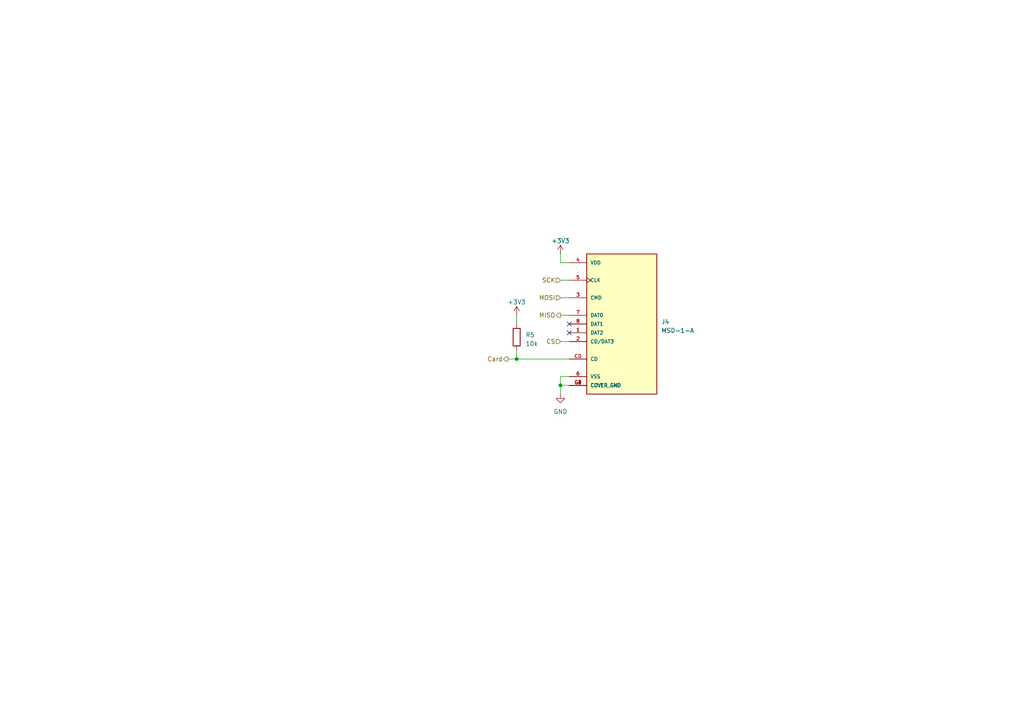
<source format=kicad_sch>
(kicad_sch (version 20230121) (generator eeschema)

  (uuid 3e28f571-6acd-481d-8e44-05a4fee8465c)

  (paper "A4")

  (lib_symbols
    (symbol "Device:R" (pin_numbers hide) (pin_names (offset 0)) (in_bom yes) (on_board yes)
      (property "Reference" "R" (at 2.032 0 90)
        (effects (font (size 1.27 1.27)))
      )
      (property "Value" "R" (at 0 0 90)
        (effects (font (size 1.27 1.27)))
      )
      (property "Footprint" "" (at -1.778 0 90)
        (effects (font (size 1.27 1.27)) hide)
      )
      (property "Datasheet" "~" (at 0 0 0)
        (effects (font (size 1.27 1.27)) hide)
      )
      (property "ki_keywords" "R res resistor" (at 0 0 0)
        (effects (font (size 1.27 1.27)) hide)
      )
      (property "ki_description" "Resistor" (at 0 0 0)
        (effects (font (size 1.27 1.27)) hide)
      )
      (property "ki_fp_filters" "R_*" (at 0 0 0)
        (effects (font (size 1.27 1.27)) hide)
      )
      (symbol "R_0_1"
        (rectangle (start -1.016 -2.54) (end 1.016 2.54)
          (stroke (width 0.254) (type default))
          (fill (type none))
        )
      )
      (symbol "R_1_1"
        (pin passive line (at 0 3.81 270) (length 1.27)
          (name "~" (effects (font (size 1.27 1.27))))
          (number "1" (effects (font (size 1.27 1.27))))
        )
        (pin passive line (at 0 -3.81 90) (length 1.27)
          (name "~" (effects (font (size 1.27 1.27))))
          (number "2" (effects (font (size 1.27 1.27))))
        )
      )
    )
    (symbol "MSD-1-A:MSD-1-A" (pin_names (offset 1.016)) (in_bom yes) (on_board yes)
      (property "Reference" "J" (at -10.16 21.082 0)
        (effects (font (size 1.27 1.27)) (justify left bottom))
      )
      (property "Value" "MSD-1-A" (at -10.16 -22.86 0)
        (effects (font (size 1.27 1.27)) (justify left bottom))
      )
      (property "Footprint" "MSD-1-A:CUI_MSD-1-A" (at 0 0 0)
        (effects (font (size 1.27 1.27)) (justify bottom) hide)
      )
      (property "Datasheet" "" (at 0 0 0)
        (effects (font (size 1.27 1.27)) hide)
      )
      (property "MF" "CUI Devices" (at 0 0 0)
        (effects (font (size 1.27 1.27)) (justify bottom) hide)
      )
      (property "MAXIMUM_PACKAGE_HEIGHT" "2.00mm" (at 0 0 0)
        (effects (font (size 1.27 1.27)) (justify bottom) hide)
      )
      (property "Package" "None" (at 0 0 0)
        (effects (font (size 1.27 1.27)) (justify bottom) hide)
      )
      (property "Price" "None" (at 0 0 0)
        (effects (font (size 1.27 1.27)) (justify bottom) hide)
      )
      (property "Check_prices" "https://www.snapeda.com/parts/MSD-1-A/CUI+Devices/view-part/?ref=eda" (at 0 0 0)
        (effects (font (size 1.27 1.27)) (justify bottom) hide)
      )
      (property "STANDARD" "Manufacturer Recommendations" (at 0 0 0)
        (effects (font (size 1.27 1.27)) (justify bottom) hide)
      )
      (property "PARTREV" "1.0" (at 0 0 0)
        (effects (font (size 1.27 1.27)) (justify bottom) hide)
      )
      (property "SnapEDA_Link" "https://www.snapeda.com/parts/MSD-1-A/CUI+Devices/view-part/?ref=snap" (at 0 0 0)
        (effects (font (size 1.27 1.27)) (justify bottom) hide)
      )
      (property "MP" "MSD-1-A" (at 0 0 0)
        (effects (font (size 1.27 1.27)) (justify bottom) hide)
      )
      (property "Purchase-URL" "https://www.snapeda.com/api/url_track_click_mouser/?unipart_id=15689680&manufacturer=CUI Devices&part_name=MSD-1-A&search_term=None" (at 0 0 0)
        (effects (font (size 1.27 1.27)) (justify bottom) hide)
      )
      (property "Description" "Micro SD Card Connector, 9 Positions, Connector and Ejector, Push In, Auto Eject Out, Surface Mount, 1.8 mm Height Above Board, Gold Flash" (at 0 0 0)
        (effects (font (size 1.27 1.27)) (justify bottom) hide)
      )
      (property "CUI_purchase_URL" "https://www.cuidevices.com/product/interconnect/connectors/memory-card-connectors/sd-card-connectors/msd-1-a?utm_source=snapeda.com&utm_medium=referral&utm_campaign=snapedaBOM" (at 0 0 0)
        (effects (font (size 1.27 1.27)) (justify bottom) hide)
      )
      (property "Availability" "In Stock" (at 0 0 0)
        (effects (font (size 1.27 1.27)) (justify bottom) hide)
      )
      (property "MANUFACTURER" "CUI Devices" (at 0 0 0)
        (effects (font (size 1.27 1.27)) (justify bottom) hide)
      )
      (symbol "MSD-1-A_0_0"
        (rectangle (start -10.16 -20.32) (end 10.16 20.32)
          (stroke (width 0.254) (type default))
          (fill (type background))
        )
        (pin bidirectional line (at -15.24 -2.54 0) (length 5.08)
          (name "DAT2" (effects (font (size 1.016 1.016))))
          (number "1" (effects (font (size 1.016 1.016))))
        )
        (pin bidirectional line (at -15.24 -5.08 0) (length 5.08)
          (name "CD/DAT3" (effects (font (size 1.016 1.016))))
          (number "2" (effects (font (size 1.016 1.016))))
        )
        (pin bidirectional line (at -15.24 7.62 0) (length 5.08)
          (name "CMD" (effects (font (size 1.016 1.016))))
          (number "3" (effects (font (size 1.016 1.016))))
        )
        (pin power_in line (at -15.24 17.78 0) (length 5.08)
          (name "VDD" (effects (font (size 1.016 1.016))))
          (number "4" (effects (font (size 1.016 1.016))))
        )
        (pin input clock (at -15.24 12.7 0) (length 5.08)
          (name "CLK" (effects (font (size 1.016 1.016))))
          (number "5" (effects (font (size 1.016 1.016))))
        )
        (pin power_in line (at -15.24 -15.24 0) (length 5.08)
          (name "VSS" (effects (font (size 1.016 1.016))))
          (number "6" (effects (font (size 1.016 1.016))))
        )
        (pin bidirectional line (at -15.24 2.54 0) (length 5.08)
          (name "DAT0" (effects (font (size 1.016 1.016))))
          (number "7" (effects (font (size 1.016 1.016))))
        )
        (pin bidirectional line (at -15.24 0 0) (length 5.08)
          (name "DAT1" (effects (font (size 1.016 1.016))))
          (number "8" (effects (font (size 1.016 1.016))))
        )
        (pin passive line (at -15.24 -10.16 0) (length 5.08)
          (name "CD" (effects (font (size 1.016 1.016))))
          (number "CD" (effects (font (size 1.016 1.016))))
        )
        (pin power_in line (at -15.24 -17.78 0) (length 5.08)
          (name "COVER_GND" (effects (font (size 1.016 1.016))))
          (number "G1" (effects (font (size 1.016 1.016))))
        )
        (pin power_in line (at -15.24 -17.78 0) (length 5.08)
          (name "COVER_GND" (effects (font (size 1.016 1.016))))
          (number "G2" (effects (font (size 1.016 1.016))))
        )
        (pin power_in line (at -15.24 -17.78 0) (length 5.08)
          (name "COVER_GND" (effects (font (size 1.016 1.016))))
          (number "G3" (effects (font (size 1.016 1.016))))
        )
        (pin power_in line (at -15.24 -17.78 0) (length 5.08)
          (name "COVER_GND" (effects (font (size 1.016 1.016))))
          (number "G4" (effects (font (size 1.016 1.016))))
        )
      )
    )
    (symbol "power:+3V3" (power) (pin_names (offset 0)) (in_bom yes) (on_board yes)
      (property "Reference" "#PWR" (at 0 -3.81 0)
        (effects (font (size 1.27 1.27)) hide)
      )
      (property "Value" "+3V3" (at 0 3.556 0)
        (effects (font (size 1.27 1.27)))
      )
      (property "Footprint" "" (at 0 0 0)
        (effects (font (size 1.27 1.27)) hide)
      )
      (property "Datasheet" "" (at 0 0 0)
        (effects (font (size 1.27 1.27)) hide)
      )
      (property "ki_keywords" "global power" (at 0 0 0)
        (effects (font (size 1.27 1.27)) hide)
      )
      (property "ki_description" "Power symbol creates a global label with name \"+3V3\"" (at 0 0 0)
        (effects (font (size 1.27 1.27)) hide)
      )
      (symbol "+3V3_0_1"
        (polyline
          (pts
            (xy -0.762 1.27)
            (xy 0 2.54)
          )
          (stroke (width 0) (type default))
          (fill (type none))
        )
        (polyline
          (pts
            (xy 0 0)
            (xy 0 2.54)
          )
          (stroke (width 0) (type default))
          (fill (type none))
        )
        (polyline
          (pts
            (xy 0 2.54)
            (xy 0.762 1.27)
          )
          (stroke (width 0) (type default))
          (fill (type none))
        )
      )
      (symbol "+3V3_1_1"
        (pin power_in line (at 0 0 90) (length 0) hide
          (name "+3V3" (effects (font (size 1.27 1.27))))
          (number "1" (effects (font (size 1.27 1.27))))
        )
      )
    )
    (symbol "power:GND" (power) (pin_names (offset 0)) (in_bom yes) (on_board yes)
      (property "Reference" "#PWR" (at 0 -6.35 0)
        (effects (font (size 1.27 1.27)) hide)
      )
      (property "Value" "GND" (at 0 -3.81 0)
        (effects (font (size 1.27 1.27)))
      )
      (property "Footprint" "" (at 0 0 0)
        (effects (font (size 1.27 1.27)) hide)
      )
      (property "Datasheet" "" (at 0 0 0)
        (effects (font (size 1.27 1.27)) hide)
      )
      (property "ki_keywords" "global power" (at 0 0 0)
        (effects (font (size 1.27 1.27)) hide)
      )
      (property "ki_description" "Power symbol creates a global label with name \"GND\" , ground" (at 0 0 0)
        (effects (font (size 1.27 1.27)) hide)
      )
      (symbol "GND_0_1"
        (polyline
          (pts
            (xy 0 0)
            (xy 0 -1.27)
            (xy 1.27 -1.27)
            (xy 0 -2.54)
            (xy -1.27 -1.27)
            (xy 0 -1.27)
          )
          (stroke (width 0) (type default))
          (fill (type none))
        )
      )
      (symbol "GND_1_1"
        (pin power_in line (at 0 0 270) (length 0) hide
          (name "GND" (effects (font (size 1.27 1.27))))
          (number "1" (effects (font (size 1.27 1.27))))
        )
      )
    )
  )

  (junction (at 162.56 111.76) (diameter 0) (color 0 0 0 0)
    (uuid beb9dd20-20fc-480c-b882-ea546f264487)
  )
  (junction (at 149.86 104.14) (diameter 0) (color 0 0 0 0)
    (uuid c0065c11-c3e8-4231-bd10-38298cae24cd)
  )

  (no_connect (at 165.1 96.52) (uuid 078d7415-d30b-49b4-8a01-f01f32935d7d))
  (no_connect (at 165.1 93.98) (uuid d9e0df30-8480-495f-8588-0551087a1d4e))

  (wire (pts (xy 162.56 111.76) (xy 165.1 111.76))
    (stroke (width 0) (type default))
    (uuid 085d246a-24c5-48ec-88ae-3e360bd7ec92)
  )
  (wire (pts (xy 149.86 104.14) (xy 165.1 104.14))
    (stroke (width 0) (type default))
    (uuid 09da0152-9c7b-4c24-b007-7c381c0dd6b9)
  )
  (wire (pts (xy 162.56 81.28) (xy 165.1 81.28))
    (stroke (width 0) (type default))
    (uuid 1882a6d0-fbf3-4884-83bc-3eb3b5c5783e)
  )
  (wire (pts (xy 162.56 111.76) (xy 162.56 109.22))
    (stroke (width 0) (type default))
    (uuid 33a62559-0400-4693-a413-3eb0074a1126)
  )
  (wire (pts (xy 162.56 114.3) (xy 162.56 111.76))
    (stroke (width 0) (type default))
    (uuid 450397b9-4920-46b1-a27a-a83fb3d0d76a)
  )
  (wire (pts (xy 149.86 91.44) (xy 149.86 93.98))
    (stroke (width 0) (type default))
    (uuid 71da1b3f-b532-4064-a1a6-0d5f2a33da3d)
  )
  (wire (pts (xy 162.56 109.22) (xy 165.1 109.22))
    (stroke (width 0) (type default))
    (uuid 88ec4d9d-063d-40ac-860d-b0ec5cd39416)
  )
  (wire (pts (xy 162.56 99.06) (xy 165.1 99.06))
    (stroke (width 0) (type default))
    (uuid 94c853ef-ed89-4dfa-bab8-90ef75bc8f11)
  )
  (wire (pts (xy 147.32 104.14) (xy 149.86 104.14))
    (stroke (width 0) (type default))
    (uuid a43a3a44-26fa-4221-aab8-ebc6e012638a)
  )
  (wire (pts (xy 162.56 86.36) (xy 165.1 86.36))
    (stroke (width 0) (type default))
    (uuid a69ef5f8-120c-4c94-912d-506db836da4f)
  )
  (wire (pts (xy 162.56 73.66) (xy 162.56 76.2))
    (stroke (width 0) (type default))
    (uuid bc6aee1d-b398-4680-86aa-d549bd1d9fd1)
  )
  (wire (pts (xy 162.56 76.2) (xy 165.1 76.2))
    (stroke (width 0) (type default))
    (uuid be7c36fa-8f33-449f-9de8-8beb6d841c9d)
  )
  (wire (pts (xy 149.86 104.14) (xy 149.86 101.6))
    (stroke (width 0) (type default))
    (uuid f4236260-fcbd-4d22-893e-3bd3acf4f483)
  )
  (wire (pts (xy 162.56 91.44) (xy 165.1 91.44))
    (stroke (width 0) (type default))
    (uuid fd972048-5670-4ff5-b938-158c44a4e6a0)
  )

  (hierarchical_label "SCK" (shape input) (at 162.56 81.28 180) (fields_autoplaced)
    (effects (font (size 1.27 1.27)) (justify right))
    (uuid 73575258-c921-4734-aa6d-5f06f4e0bbd8)
  )
  (hierarchical_label "MOSI" (shape input) (at 162.56 86.36 180) (fields_autoplaced)
    (effects (font (size 1.27 1.27)) (justify right))
    (uuid 81b0b516-20f3-428e-a51a-e128dcd1c1d3)
  )
  (hierarchical_label "MISO" (shape output) (at 162.56 91.44 180) (fields_autoplaced)
    (effects (font (size 1.27 1.27)) (justify right))
    (uuid 9bcb7a87-8bf6-4a17-8109-02d0bdd45ff5)
  )
  (hierarchical_label "Card" (shape output) (at 147.32 104.14 180) (fields_autoplaced)
    (effects (font (size 1.27 1.27)) (justify right))
    (uuid bf03d08d-633b-4a58-a313-3c3feda90cae)
  )
  (hierarchical_label "CS" (shape input) (at 162.56 99.06 180) (fields_autoplaced)
    (effects (font (size 1.27 1.27)) (justify right))
    (uuid e0d23078-fe31-4d62-a492-4d441d997fcb)
  )

  (symbol (lib_id "power:+3V3") (at 149.86 91.44 0) (unit 1)
    (in_bom yes) (on_board yes) (dnp no) (fields_autoplaced)
    (uuid 0bad766c-3be7-4ebb-920e-bdba32bbcb6c)
    (property "Reference" "#PWR032" (at 149.86 95.25 0)
      (effects (font (size 1.27 1.27)) hide)
    )
    (property "Value" "+3V3" (at 149.86 87.63 0)
      (effects (font (size 1.27 1.27)))
    )
    (property "Footprint" "" (at 149.86 91.44 0)
      (effects (font (size 1.27 1.27)) hide)
    )
    (property "Datasheet" "" (at 149.86 91.44 0)
      (effects (font (size 1.27 1.27)) hide)
    )
    (pin "1" (uuid c74d5f24-f033-4ad2-bb0a-98a851ebb95a))
    (instances
      (project "uTesla"
        (path "/0cecab2b-a552-4f9c-b012-66fc2b7d8bdb/af7f4b01-4906-497f-8eac-258d9974f619"
          (reference "#PWR032") (unit 1)
        )
      )
    )
  )

  (symbol (lib_id "MSD-1-A:MSD-1-A") (at 180.34 93.98 0) (unit 1)
    (in_bom yes) (on_board yes) (dnp no) (fields_autoplaced)
    (uuid 51e9b7cd-6355-4e8f-aa24-ce92a07b8737)
    (property "Reference" "J4" (at 191.77 93.345 0)
      (effects (font (size 1.27 1.27)) (justify left))
    )
    (property "Value" "MSD-1-A" (at 191.77 95.885 0)
      (effects (font (size 1.27 1.27)) (justify left))
    )
    (property "Footprint" "MSD-1-A:CUI_MSD-1-A" (at 180.34 93.98 0)
      (effects (font (size 1.27 1.27)) (justify bottom) hide)
    )
    (property "Datasheet" "" (at 180.34 93.98 0)
      (effects (font (size 1.27 1.27)) hide)
    )
    (property "MF" "CUI Devices" (at 180.34 93.98 0)
      (effects (font (size 1.27 1.27)) (justify bottom) hide)
    )
    (property "MAXIMUM_PACKAGE_HEIGHT" "2.00mm" (at 180.34 93.98 0)
      (effects (font (size 1.27 1.27)) (justify bottom) hide)
    )
    (property "Package" "None" (at 180.34 93.98 0)
      (effects (font (size 1.27 1.27)) (justify bottom) hide)
    )
    (property "Price" "None" (at 180.34 93.98 0)
      (effects (font (size 1.27 1.27)) (justify bottom) hide)
    )
    (property "Check_prices" "https://www.snapeda.com/parts/MSD-1-A/CUI+Devices/view-part/?ref=eda" (at 180.34 93.98 0)
      (effects (font (size 1.27 1.27)) (justify bottom) hide)
    )
    (property "STANDARD" "Manufacturer Recommendations" (at 180.34 93.98 0)
      (effects (font (size 1.27 1.27)) (justify bottom) hide)
    )
    (property "PARTREV" "1.0" (at 180.34 93.98 0)
      (effects (font (size 1.27 1.27)) (justify bottom) hide)
    )
    (property "SnapEDA_Link" "https://www.snapeda.com/parts/MSD-1-A/CUI+Devices/view-part/?ref=snap" (at 180.34 93.98 0)
      (effects (font (size 1.27 1.27)) (justify bottom) hide)
    )
    (property "MP" "MSD-1-A" (at 180.34 93.98 0)
      (effects (font (size 1.27 1.27)) (justify bottom) hide)
    )
    (property "Purchase-URL" "https://www.snapeda.com/api/url_track_click_mouser/?unipart_id=15689680&manufacturer=CUI Devices&part_name=MSD-1-A&search_term=None" (at 180.34 93.98 0)
      (effects (font (size 1.27 1.27)) (justify bottom) hide)
    )
    (property "Description" "Micro SD Card Connector, 9 Positions, Connector and Ejector, Push In, Auto Eject Out, Surface Mount, 1.8 mm Height Above Board, Gold Flash" (at 180.34 93.98 0)
      (effects (font (size 1.27 1.27)) (justify bottom) hide)
    )
    (property "CUI_purchase_URL" "https://www.cuidevices.com/product/interconnect/connectors/memory-card-connectors/sd-card-connectors/msd-1-a?utm_source=snapeda.com&utm_medium=referral&utm_campaign=snapedaBOM" (at 180.34 93.98 0)
      (effects (font (size 1.27 1.27)) (justify bottom) hide)
    )
    (property "Availability" "In Stock" (at 180.34 93.98 0)
      (effects (font (size 1.27 1.27)) (justify bottom) hide)
    )
    (property "MANUFACTURER" "CUI Devices" (at 180.34 93.98 0)
      (effects (font (size 1.27 1.27)) (justify bottom) hide)
    )
    (pin "1" (uuid 4924b5da-a020-48c0-b467-4af6d136508b))
    (pin "2" (uuid 4f183330-cc93-4a21-a84f-1eb5dde2abd5))
    (pin "3" (uuid f28177b4-0365-48b4-843e-f7529aa4b042))
    (pin "4" (uuid 9d63168c-8edb-4d49-97e2-5d4a9f0a1417))
    (pin "5" (uuid a210283c-b3b7-49e6-ae49-740fb6be0ebd))
    (pin "6" (uuid d42dad20-da2e-4efd-a523-f7fb96839b1b))
    (pin "7" (uuid 47efe2bc-35a0-4900-a765-c34789f3df22))
    (pin "8" (uuid d1d19b6a-fc59-4804-afe3-bb8e9d12648e))
    (pin "CD" (uuid 68a57043-e161-4e9e-a668-3c1c408942e4))
    (pin "G1" (uuid d8081243-99d7-4244-ad98-0ab6d9043e12))
    (pin "G2" (uuid a112e7da-94fc-4bd6-a8b7-810f62a744ef))
    (pin "G3" (uuid 6081d2f4-eda0-424b-9bce-cbe42700b5c2))
    (pin "G4" (uuid 2465d27d-2744-4a6f-89c6-8f8441ad3658))
    (instances
      (project "uTesla"
        (path "/0cecab2b-a552-4f9c-b012-66fc2b7d8bdb/af7f4b01-4906-497f-8eac-258d9974f619"
          (reference "J4") (unit 1)
        )
      )
    )
  )

  (symbol (lib_id "Device:R") (at 149.86 97.79 0) (unit 1)
    (in_bom yes) (on_board yes) (dnp no) (fields_autoplaced)
    (uuid 929bd63a-fe4b-46d9-abf1-9a3cfc7187a7)
    (property "Reference" "R5" (at 152.4 97.155 0)
      (effects (font (size 1.27 1.27)) (justify left))
    )
    (property "Value" "10k" (at 152.4 99.695 0)
      (effects (font (size 1.27 1.27)) (justify left))
    )
    (property "Footprint" "Resistor_SMD:R_0603_1608Metric" (at 148.082 97.79 90)
      (effects (font (size 1.27 1.27)) hide)
    )
    (property "Datasheet" "~" (at 149.86 97.79 0)
      (effects (font (size 1.27 1.27)) hide)
    )
    (pin "1" (uuid 9cfbccf0-ce6c-4173-9ab6-4d4f5b740fb7))
    (pin "2" (uuid 07b50994-b723-4ce9-9a85-106848a4ef0d))
    (instances
      (project "uTesla"
        (path "/0cecab2b-a552-4f9c-b012-66fc2b7d8bdb/af7f4b01-4906-497f-8eac-258d9974f619"
          (reference "R5") (unit 1)
        )
      )
    )
  )

  (symbol (lib_id "power:GND") (at 162.56 114.3 0) (unit 1)
    (in_bom yes) (on_board yes) (dnp no) (fields_autoplaced)
    (uuid c7725ace-6546-4f02-b423-e994af92ed0f)
    (property "Reference" "#PWR031" (at 162.56 120.65 0)
      (effects (font (size 1.27 1.27)) hide)
    )
    (property "Value" "GND" (at 162.56 119.38 0)
      (effects (font (size 1.27 1.27)))
    )
    (property "Footprint" "" (at 162.56 114.3 0)
      (effects (font (size 1.27 1.27)) hide)
    )
    (property "Datasheet" "" (at 162.56 114.3 0)
      (effects (font (size 1.27 1.27)) hide)
    )
    (pin "1" (uuid 12ec0fde-29f4-4de6-98b3-88dadbbd75a9))
    (instances
      (project "uTesla"
        (path "/0cecab2b-a552-4f9c-b012-66fc2b7d8bdb/af7f4b01-4906-497f-8eac-258d9974f619"
          (reference "#PWR031") (unit 1)
        )
      )
    )
  )

  (symbol (lib_id "power:+3V3") (at 162.56 73.66 0) (unit 1)
    (in_bom yes) (on_board yes) (dnp no) (fields_autoplaced)
    (uuid f3136fab-0dc9-4448-8ffb-ae097f25bd0a)
    (property "Reference" "#PWR030" (at 162.56 77.47 0)
      (effects (font (size 1.27 1.27)) hide)
    )
    (property "Value" "+3V3" (at 162.56 69.85 0)
      (effects (font (size 1.27 1.27)))
    )
    (property "Footprint" "" (at 162.56 73.66 0)
      (effects (font (size 1.27 1.27)) hide)
    )
    (property "Datasheet" "" (at 162.56 73.66 0)
      (effects (font (size 1.27 1.27)) hide)
    )
    (pin "1" (uuid 7e73bae5-c313-4c1f-a178-13671b8cb049))
    (instances
      (project "uTesla"
        (path "/0cecab2b-a552-4f9c-b012-66fc2b7d8bdb/af7f4b01-4906-497f-8eac-258d9974f619"
          (reference "#PWR030") (unit 1)
        )
      )
    )
  )
)

</source>
